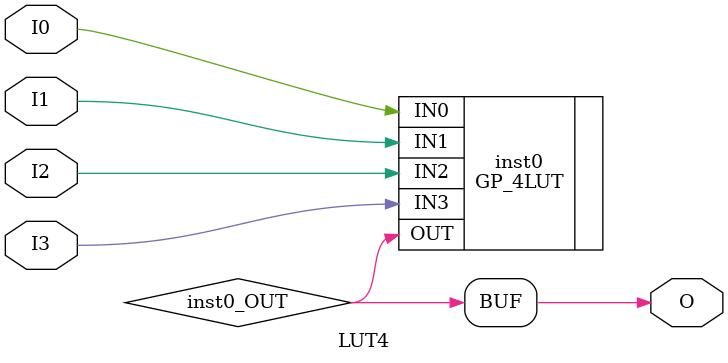
<source format=v>
module LUT4 (input  I0, input  I1, input  I2, input  I3, output  O);
wire  inst0_OUT;
GP_4LUT #(.INIT(16'h8000)) inst0 (.IN0(I0), .IN1(I1), .IN2(I2), .IN3(I3), .OUT(inst0_OUT));
assign O = inst0_OUT;
endmodule


</source>
